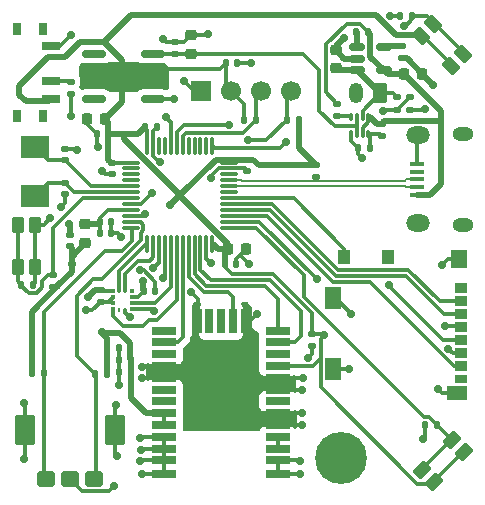
<source format=gbr>
%TF.GenerationSoftware,KiCad,Pcbnew,9.0.2*%
%TF.CreationDate,2025-09-04T21:02:57-04:00*%
%TF.ProjectId,GPSWatch,47505357-6174-4636-982e-6b696361645f,rev?*%
%TF.SameCoordinates,Original*%
%TF.FileFunction,Copper,L1,Top*%
%TF.FilePolarity,Positive*%
%FSLAX46Y46*%
G04 Gerber Fmt 4.6, Leading zero omitted, Abs format (unit mm)*
G04 Created by KiCad (PCBNEW 9.0.2) date 2025-09-04 21:02:57*
%MOMM*%
%LPD*%
G01*
G04 APERTURE LIST*
G04 Aperture macros list*
%AMRoundRect*
0 Rectangle with rounded corners*
0 $1 Rounding radius*
0 $2 $3 $4 $5 $6 $7 $8 $9 X,Y pos of 4 corners*
0 Add a 4 corners polygon primitive as box body*
4,1,4,$2,$3,$4,$5,$6,$7,$8,$9,$2,$3,0*
0 Add four circle primitives for the rounded corners*
1,1,$1+$1,$2,$3*
1,1,$1+$1,$4,$5*
1,1,$1+$1,$6,$7*
1,1,$1+$1,$8,$9*
0 Add four rect primitives between the rounded corners*
20,1,$1+$1,$2,$3,$4,$5,0*
20,1,$1+$1,$4,$5,$6,$7,0*
20,1,$1+$1,$6,$7,$8,$9,0*
20,1,$1+$1,$8,$9,$2,$3,0*%
G04 Aperture macros list end*
%TA.AperFunction,ComponentPad*%
%ADD10C,4.400000*%
%TD*%
%TA.AperFunction,SMDPad,CuDef*%
%ADD11R,1.300000X0.450000*%
%TD*%
%TA.AperFunction,HeatsinkPad*%
%ADD12O,1.800000X1.150000*%
%TD*%
%TA.AperFunction,HeatsinkPad*%
%ADD13O,2.000000X1.450000*%
%TD*%
%TA.AperFunction,SMDPad,CuDef*%
%ADD14RoundRect,0.250000X-0.123744X-0.512652X0.512652X0.123744X0.123744X0.512652X-0.512652X-0.123744X0*%
%TD*%
%TA.AperFunction,SMDPad,CuDef*%
%ADD15R,1.500000X0.700000*%
%TD*%
%TA.AperFunction,SMDPad,CuDef*%
%ADD16R,0.800000X1.000000*%
%TD*%
%TA.AperFunction,SMDPad,CuDef*%
%ADD17RoundRect,0.195000X-0.555000X-0.455000X0.555000X-0.455000X0.555000X0.455000X-0.555000X0.455000X0*%
%TD*%
%TA.AperFunction,SMDPad,CuDef*%
%ADD18RoundRect,0.255000X-0.595000X-1.045000X0.595000X-1.045000X0.595000X1.045000X-0.595000X1.045000X0*%
%TD*%
%TA.AperFunction,ComponentPad*%
%ADD19RoundRect,0.250000X0.350000X0.625000X-0.350000X0.625000X-0.350000X-0.625000X0.350000X-0.625000X0*%
%TD*%
%TA.AperFunction,ComponentPad*%
%ADD20O,1.200000X1.750000*%
%TD*%
%TA.AperFunction,SMDPad,CuDef*%
%ADD21R,0.250000X0.300000*%
%TD*%
%TA.AperFunction,SMDPad,CuDef*%
%ADD22R,0.350000X0.300000*%
%TD*%
%TA.AperFunction,SMDPad,CuDef*%
%ADD23RoundRect,0.050000X0.100000X-0.285000X0.100000X0.285000X-0.100000X0.285000X-0.100000X-0.285000X0*%
%TD*%
%TA.AperFunction,SMDPad,CuDef*%
%ADD24R,2.150000X0.700000*%
%TD*%
%TA.AperFunction,SMDPad,CuDef*%
%ADD25R,0.700000X2.150000*%
%TD*%
%TA.AperFunction,SMDPad,CuDef*%
%ADD26RoundRect,0.135000X-0.135000X-0.185000X0.135000X-0.185000X0.135000X0.185000X-0.135000X0.185000X0*%
%TD*%
%TA.AperFunction,SMDPad,CuDef*%
%ADD27RoundRect,0.150000X-0.512500X-0.150000X0.512500X-0.150000X0.512500X0.150000X-0.512500X0.150000X0*%
%TD*%
%TA.AperFunction,SMDPad,CuDef*%
%ADD28RoundRect,0.135000X0.185000X-0.135000X0.185000X0.135000X-0.185000X0.135000X-0.185000X-0.135000X0*%
%TD*%
%TA.AperFunction,SMDPad,CuDef*%
%ADD29RoundRect,0.135000X-0.185000X0.135000X-0.185000X-0.135000X0.185000X-0.135000X0.185000X0.135000X0*%
%TD*%
%TA.AperFunction,SMDPad,CuDef*%
%ADD30RoundRect,0.135000X0.135000X0.185000X-0.135000X0.185000X-0.135000X-0.185000X0.135000X-0.185000X0*%
%TD*%
%TA.AperFunction,SMDPad,CuDef*%
%ADD31RoundRect,0.150000X0.825000X0.150000X-0.825000X0.150000X-0.825000X-0.150000X0.825000X-0.150000X0*%
%TD*%
%TA.AperFunction,SMDPad,CuDef*%
%ADD32R,1.100000X0.850000*%
%TD*%
%TA.AperFunction,SMDPad,CuDef*%
%ADD33R,1.100000X0.750000*%
%TD*%
%TA.AperFunction,SMDPad,CuDef*%
%ADD34R,1.000000X1.200000*%
%TD*%
%TA.AperFunction,SMDPad,CuDef*%
%ADD35R,1.350000X1.550000*%
%TD*%
%TA.AperFunction,SMDPad,CuDef*%
%ADD36R,1.350000X1.900000*%
%TD*%
%TA.AperFunction,SMDPad,CuDef*%
%ADD37R,1.800000X1.170000*%
%TD*%
%TA.AperFunction,SMDPad,CuDef*%
%ADD38RoundRect,0.140000X-0.170000X0.140000X-0.170000X-0.140000X0.170000X-0.140000X0.170000X0.140000X0*%
%TD*%
%TA.AperFunction,SMDPad,CuDef*%
%ADD39RoundRect,0.140000X0.140000X0.170000X-0.140000X0.170000X-0.140000X-0.170000X0.140000X-0.170000X0*%
%TD*%
%TA.AperFunction,SMDPad,CuDef*%
%ADD40RoundRect,0.140000X-0.140000X-0.170000X0.140000X-0.170000X0.140000X0.170000X-0.140000X0.170000X0*%
%TD*%
%TA.AperFunction,SMDPad,CuDef*%
%ADD41RoundRect,0.140000X0.170000X-0.140000X0.170000X0.140000X-0.170000X0.140000X-0.170000X-0.140000X0*%
%TD*%
%TA.AperFunction,SMDPad,CuDef*%
%ADD42RoundRect,0.075000X-0.662500X-0.075000X0.662500X-0.075000X0.662500X0.075000X-0.662500X0.075000X0*%
%TD*%
%TA.AperFunction,SMDPad,CuDef*%
%ADD43RoundRect,0.075000X-0.075000X-0.662500X0.075000X-0.662500X0.075000X0.662500X-0.075000X0.662500X0*%
%TD*%
%TA.AperFunction,SMDPad,CuDef*%
%ADD44RoundRect,0.225000X0.250000X-0.225000X0.250000X0.225000X-0.250000X0.225000X-0.250000X-0.225000X0*%
%TD*%
%TA.AperFunction,SMDPad,CuDef*%
%ADD45RoundRect,0.225000X-0.225000X-0.250000X0.225000X-0.250000X0.225000X0.250000X-0.225000X0.250000X0*%
%TD*%
%TA.AperFunction,SMDPad,CuDef*%
%ADD46RoundRect,0.250000X0.512652X-0.123744X-0.123744X0.512652X-0.512652X0.123744X0.123744X-0.512652X0*%
%TD*%
%TA.AperFunction,ComponentPad*%
%ADD47R,1.700000X1.700000*%
%TD*%
%TA.AperFunction,ComponentPad*%
%ADD48C,1.700000*%
%TD*%
%TA.AperFunction,SMDPad,CuDef*%
%ADD49R,2.400000X1.900000*%
%TD*%
%TA.AperFunction,SMDPad,CuDef*%
%ADD50RoundRect,0.218750X-0.256250X0.218750X-0.256250X-0.218750X0.256250X-0.218750X0.256250X0.218750X0*%
%TD*%
%TA.AperFunction,SMDPad,CuDef*%
%ADD51RoundRect,0.250000X-0.275000X0.450000X-0.275000X-0.450000X0.275000X-0.450000X0.275000X0.450000X0*%
%TD*%
%TA.AperFunction,SMDPad,CuDef*%
%ADD52RoundRect,0.225000X0.225000X0.250000X-0.225000X0.250000X-0.225000X-0.250000X0.225000X-0.250000X0*%
%TD*%
%TA.AperFunction,ViaPad*%
%ADD53C,0.700000*%
%TD*%
%TA.AperFunction,Conductor*%
%ADD54C,0.300000*%
%TD*%
%TA.AperFunction,Conductor*%
%ADD55C,0.500000*%
%TD*%
%TA.AperFunction,Conductor*%
%ADD56C,0.200000*%
%TD*%
G04 APERTURE END LIST*
D10*
%TO.P,H1,1,1*%
%TO.N,GND*%
X163400000Y-130700000D03*
%TD*%
D11*
%TO.P,J1,1,VBUS*%
%TO.N,/VBUS*%
X169825000Y-108450000D03*
%TO.P,J1,2,D-*%
%TO.N,/D-*%
X169825000Y-107800000D03*
%TO.P,J1,3,D+*%
%TO.N,/D+*%
X169825000Y-107150000D03*
%TO.P,J1,4,ID*%
%TO.N,unconnected-(J1-ID-Pad4)*%
X169825000Y-106500000D03*
%TO.P,J1,5,GND*%
%TO.N,GND*%
X169825000Y-105850000D03*
D12*
%TO.P,J1,6,Shield*%
X173675000Y-111025000D03*
D13*
X169875000Y-110875000D03*
X169875000Y-103425000D03*
D12*
X173675000Y-103275000D03*
%TD*%
D14*
%TO.P,SW4,2,2*%
%TO.N,+3.3V*%
X173781909Y-130236325D03*
X171236325Y-132781909D03*
%TO.P,SW4,1,1*%
%TO.N,/BTN_BCK*%
X172763675Y-129218091D03*
X170218091Y-131763675D03*
%TD*%
D15*
%TO.P,SW2,3,C*%
%TO.N,+3.3V*%
X138835000Y-100350000D03*
%TO.P,SW2,2,B*%
%TO.N,Net-(SW2-B)*%
X138835000Y-98850000D03*
%TO.P,SW2,1,A*%
%TO.N,GND*%
X138835000Y-95850000D03*
D16*
%TO.P,SW2,*%
%TO.N,*%
X135975000Y-101750000D03*
X138185000Y-101750000D03*
X135975000Y-94450000D03*
X138185000Y-94450000D03*
%TD*%
D17*
%TO.P,SW1,1,A*%
%TO.N,/ENC_A*%
X138425000Y-132550000D03*
%TO.P,SW1,2,C*%
%TO.N,GND*%
X140425000Y-132550000D03*
%TO.P,SW1,3,B*%
%TO.N,/ENC_B*%
X142425000Y-132550000D03*
D18*
%TO.P,SW1,4,4*%
%TO.N,GND*%
X144225000Y-128400000D03*
%TO.P,SW1,5,5*%
X136625000Y-128400000D03*
%TD*%
D19*
%TO.P,J2,1,Pin_1*%
%TO.N,/VBAT*%
X166675000Y-99875000D03*
D20*
%TO.P,J2,2,Pin_2*%
%TO.N,GND*%
X164675000Y-99875000D03*
%TD*%
D21*
%TO.P,U6,12,SCX*%
%TO.N,/ACC_SCK*%
X145112500Y-118175000D03*
%TO.P,U6,11,ASCL*%
%TO.N,unconnected-(U6-ASCL-Pad11)*%
X144612500Y-118175000D03*
D22*
%TO.P,U6,10,~{CS}*%
%TO.N,/ACC_CS*%
X144087500Y-118125000D03*
%TO.P,U6,9,GND*%
%TO.N,GND*%
X144087500Y-117625000D03*
%TO.P,U6,8,GNDIO*%
X144087500Y-117125000D03*
%TO.P,U6,7,VDD*%
%TO.N,+3.3V*%
X144087500Y-116625000D03*
D21*
%TO.P,U6,6,INT2*%
%TO.N,/ACCEl_INT2*%
X144612500Y-116575000D03*
%TO.P,U6,5,INT1*%
%TO.N,/ACCEl_INT1*%
X145112500Y-116575000D03*
D22*
%TO.P,U6,4,ASDA*%
%TO.N,unconnected-(U6-ASDA-Pad4)*%
X145637500Y-116625000D03*
%TO.P,U6,3,VDDIO*%
%TO.N,+3.3V*%
X145637500Y-117125000D03*
%TO.P,U6,2,SDX*%
%TO.N,/ACC_MOSI*%
X145637500Y-117625000D03*
%TO.P,U6,1,SDO*%
%TO.N,/ACC_MISO*%
X145637500Y-118125000D03*
%TD*%
D23*
%TO.P,U4,8,ST*%
%TO.N,Net-(U4-ST)*%
X164200000Y-101870000D03*
%TO.P,U4,7,VOUT*%
%TO.N,/VCC*%
X164700000Y-101870000D03*
%TO.P,U4,6,VIN2*%
%TO.N,/VBAT*%
X165200000Y-101870000D03*
%TO.P,U4,5,MODE*%
%TO.N,/VBUS*%
X165700000Y-101870000D03*
%TO.P,U4,4,PR1*%
%TO.N,Net-(U4-PR1)*%
X165700000Y-103350000D03*
%TO.P,U4,3,VIN1*%
%TO.N,/VBUS*%
X165200000Y-103350000D03*
%TO.P,U4,2,VOUT*%
%TO.N,/VCC*%
X164700000Y-103350000D03*
%TO.P,U4,1,GND*%
%TO.N,GND*%
X164200000Y-103350000D03*
%TD*%
D24*
%TO.P,U5,1*%
%TO.N,N/C*%
X148425000Y-119950000D03*
%TO.P,U5,2,3D_FIX*%
%TO.N,/3D_FIX*%
X148425000Y-120950000D03*
%TO.P,U5,3,I2C_SDA*%
%TO.N,unconnected-(U5-I2C_SDA-Pad3)*%
X148425000Y-121950000D03*
%TO.P,U5,4,GND*%
%TO.N,GND*%
X148425000Y-122950000D03*
%TO.P,U5,5,GND__1*%
X148425000Y-123950000D03*
%TO.P,U5,6,I2C_SCL*%
%TO.N,unconnected-(U5-I2C_SCL-Pad6)*%
X148425000Y-124950000D03*
%TO.P,U5,7,EXTINT0*%
%TO.N,unconnected-(U5-EXTINT0-Pad7)*%
X148425000Y-125950000D03*
%TO.P,U5,8,V_BCKP*%
%TO.N,+3.3V*%
X148425000Y-126950000D03*
%TO.P,U5,9,VCC*%
X148425000Y-127950000D03*
%TO.P,U5,10,GND__2*%
%TO.N,GND*%
X148425000Y-128950000D03*
%TO.P,U5,11,GND__3*%
X148425000Y-129950000D03*
%TO.P,U5,12,GND__4*%
X148425000Y-130950000D03*
%TO.P,U5,13,GND__5*%
X148425000Y-132100000D03*
%TO.P,U5,14,GND__6*%
X158025000Y-132100000D03*
%TO.P,U5,15,GND__7*%
X158025000Y-130950000D03*
%TO.P,U5,16,RF_OUT*%
%TO.N,Net-(U5-RF_IN)*%
X158025000Y-129950000D03*
%TO.P,U5,17,RF_IN*%
X158025000Y-128950000D03*
%TO.P,U5,18,GND__8*%
%TO.N,GND*%
X158025000Y-127950000D03*
%TO.P,U5,19,GND__9*%
X158025000Y-126950000D03*
%TO.P,U5,20,JAM_DET*%
%TO.N,unconnected-(U5-JAM_DET-Pad20)*%
X158025000Y-125950000D03*
%TO.P,U5,21,GND__10*%
%TO.N,GND*%
X158025000Y-124950000D03*
%TO.P,U5,22,GND__11*%
X158025000Y-123950000D03*
%TO.P,U5,23,~{RESET}*%
%TO.N,+3.3V*%
X158025000Y-122950000D03*
%TO.P,U5,24,GEO_FENCE*%
%TO.N,unconnected-(U5-GEO_FENCE-Pad24)*%
X158025000Y-121950000D03*
%TO.P,U5,25,TXD1*%
%TO.N,/GPS_TX*%
X158025000Y-120950000D03*
%TO.P,U5,26,RXD1*%
%TO.N,/GPS_RX*%
X158025000Y-119950000D03*
D25*
%TO.P,U5,27,GND__12*%
%TO.N,GND*%
X155225000Y-119150000D03*
%TO.P,U5,28,FORCE_ON*%
%TO.N,/GPS_FON*%
X154225000Y-119150000D03*
%TO.P,U5,29,TIMEPULSE*%
%TO.N,unconnected-(U5-TIMEPULSE-Pad29)*%
X153225000Y-119150000D03*
%TO.P,U5,30,ANTON*%
%TO.N,unconnected-(U5-ANTON-Pad30)*%
X152225000Y-119150000D03*
%TO.P,U5,31,GND__13*%
%TO.N,GND*%
X151225000Y-119150000D03*
%TD*%
D26*
%TO.P,R16,2*%
%TO.N,/BTN_BCK*%
X171510000Y-127925000D03*
%TO.P,R16,1*%
%TO.N,GND*%
X170490000Y-127925000D03*
%TD*%
D27*
%TO.P,U3,1,STAT*%
%TO.N,Net-(U3-STAT)*%
X164700000Y-95975000D03*
%TO.P,U3,2,V_{SS}*%
%TO.N,GND*%
X164700000Y-96925000D03*
%TO.P,U3,3,V_{BAT}*%
%TO.N,/VBAT*%
X164700000Y-97875000D03*
%TO.P,U3,4,V_{DD}*%
%TO.N,/VBUS*%
X166975000Y-97875000D03*
%TO.P,U3,5,PROG*%
%TO.N,Net-(U3-PROG)*%
X166975000Y-95975000D03*
%TD*%
D28*
%TO.P,R17,2*%
%TO.N,+3.3V*%
X161250000Y-105965000D03*
%TO.P,R17,1*%
%TO.N,/D+*%
X161250000Y-106985000D03*
%TD*%
D29*
%TO.P,R12,1*%
%TO.N,Net-(SW2-B)*%
X140475000Y-98865000D03*
%TO.P,R12,2*%
%TO.N,Net-(U1-BOOT0)*%
X140475000Y-99885000D03*
%TD*%
%TO.P,R2,2*%
%TO.N,GND*%
X169175000Y-101235000D03*
%TO.P,R2,1*%
%TO.N,/BATSTAT*%
X169175000Y-100215000D03*
%TD*%
%TO.P,R5,2*%
%TO.N,Net-(U4-PR1)*%
X166825000Y-103495000D03*
%TO.P,R5,1*%
%TO.N,/VBUS*%
X166825000Y-102475000D03*
%TD*%
D26*
%TO.P,R6,2*%
%TO.N,Net-(U4-PR1)*%
X165835000Y-104485000D03*
%TO.P,R6,1*%
%TO.N,GND*%
X164815000Y-104485000D03*
%TD*%
D30*
%TO.P,R3,1*%
%TO.N,/VBUS*%
X165672500Y-94637500D03*
%TO.P,R3,2*%
%TO.N,Net-(U3-STAT)*%
X164652500Y-94637500D03*
%TD*%
D26*
%TO.P,R8,2*%
%TO.N,/DISP_SCL*%
X156185000Y-102150000D03*
%TO.P,R8,1*%
%TO.N,+3.3V*%
X155165000Y-102150000D03*
%TD*%
D29*
%TO.P,R4,2*%
%TO.N,GND*%
X168512500Y-96907500D03*
%TO.P,R4,1*%
%TO.N,Net-(U3-PROG)*%
X168512500Y-95887500D03*
%TD*%
D31*
%TO.P,U7,8,NC*%
%TO.N,unconnected-(U7-NC-Pad8)*%
X142500000Y-100340000D03*
%TO.P,U7,7,VO*%
%TO.N,+3.3V*%
X142500000Y-99070000D03*
%TO.P,U7,6,VO*%
X142500000Y-97800000D03*
%TO.P,U7,5,NC*%
%TO.N,unconnected-(U7-NC-Pad5)*%
X142500000Y-96530000D03*
%TO.P,U7,4,VI*%
%TO.N,/VCC*%
X147450000Y-96530000D03*
%TO.P,U7,3,VO*%
%TO.N,+3.3V*%
X147450000Y-97800000D03*
%TO.P,U7,2,VO*%
X147450000Y-99070000D03*
%TO.P,U7,1,GND*%
%TO.N,GND*%
X147450000Y-100340000D03*
%TD*%
D32*
%TO.P,J4,1,DAT2*%
%TO.N,unconnected-(J4-DAT2-Pad1)*%
X173512500Y-116370000D03*
%TO.P,J4,2,DAT3/CD*%
%TO.N,/SD_CS*%
X173512500Y-117470000D03*
%TO.P,J4,3,CMD*%
%TO.N,/SD_MOSI*%
X173512500Y-118570000D03*
%TO.P,J4,4,VDD*%
%TO.N,+3.3V*%
X173512500Y-119670000D03*
%TO.P,J4,5,CLK*%
%TO.N,/SD_SCK*%
X173512500Y-120770000D03*
%TO.P,J4,6,VSS*%
%TO.N,GND*%
X173512500Y-121870000D03*
%TO.P,J4,7,DAT0*%
%TO.N,/SD_MISO*%
X173512500Y-122970000D03*
D33*
%TO.P,J4,8,DAT1*%
%TO.N,unconnected-(J4-DAT1-Pad8)*%
X173512500Y-124020000D03*
D34*
%TO.P,J4,9,DET_B*%
%TO.N,unconnected-(J4-DET_B-Pad9)*%
X167362500Y-113735000D03*
%TO.P,J4,10,DET_A*%
%TO.N,/SD_DET*%
X163662500Y-113735000D03*
D35*
%TO.P,J4,11,SHIELD*%
%TO.N,GND*%
X173387500Y-113910000D03*
D36*
X162687500Y-117235000D03*
X162687500Y-123205000D03*
D37*
X173162500Y-125230000D03*
%TD*%
D38*
%TO.P,C24,1*%
%TO.N,/HSE_OUT*%
X139975000Y-107445000D03*
%TO.P,C24,2*%
%TO.N,GND*%
X139975000Y-108405000D03*
%TD*%
D39*
%TO.P,C22,2*%
%TO.N,GND*%
X144595000Y-122425000D03*
%TO.P,C22,1*%
%TO.N,+3.3V*%
X145555000Y-122425000D03*
%TD*%
%TO.P,C20,2*%
%TO.N,Net-(U1-NRST)*%
X136320000Y-116100000D03*
%TO.P,C20,1*%
%TO.N,GND*%
X137280000Y-116100000D03*
%TD*%
D40*
%TO.P,C17,1*%
%TO.N,+3.3V*%
X153620000Y-97300000D03*
%TO.P,C17,2*%
%TO.N,GND*%
X154580000Y-97300000D03*
%TD*%
D41*
%TO.P,C19,1*%
%TO.N,/HSE_IN*%
X140000000Y-105550000D03*
%TO.P,C19,2*%
%TO.N,GND*%
X140000000Y-104590000D03*
%TD*%
D29*
%TO.P,R1,2*%
%TO.N,/BATSTAT*%
X168100000Y-101235000D03*
%TO.P,R1,1*%
%TO.N,/VBAT*%
X168100000Y-100215000D03*
%TD*%
D39*
%TO.P,C21,2*%
%TO.N,GND*%
X144595000Y-123450000D03*
%TO.P,C21,1*%
%TO.N,+3.3V*%
X145555000Y-123450000D03*
%TD*%
D42*
%TO.P,U1,1,VBAT*%
%TO.N,+3.3V*%
X145562500Y-105725000D03*
%TO.P,U1,2,PC13*%
%TO.N,unconnected-(U1-PC13-Pad2)*%
X145562500Y-106225000D03*
%TO.P,U1,3,PC14*%
%TO.N,unconnected-(U1-PC14-Pad3)*%
X145562500Y-106725000D03*
%TO.P,U1,4,PC15*%
%TO.N,unconnected-(U1-PC15-Pad4)*%
X145562500Y-107225000D03*
%TO.P,U1,5,PD0*%
%TO.N,/HSE_IN*%
X145562500Y-107725000D03*
%TO.P,U1,6,PD1*%
%TO.N,/HSE_OUT*%
X145562500Y-108225000D03*
%TO.P,U1,7,NRST*%
%TO.N,Net-(U1-NRST)*%
X145562500Y-108725000D03*
%TO.P,U1,8,VSSA*%
%TO.N,GND*%
X145562500Y-109225000D03*
%TO.P,U1,9,VDDA*%
%TO.N,Net-(U1-VDDA)*%
X145562500Y-109725000D03*
%TO.P,U1,10,PA0*%
%TO.N,/BATSTAT*%
X145562500Y-110225000D03*
%TO.P,U1,11,PA1*%
%TO.N,/ENC_B*%
X145562500Y-110725000D03*
%TO.P,U1,12,PA2*%
%TO.N,/ENC_A*%
X145562500Y-111225000D03*
D43*
%TO.P,U1,13,PA3*%
%TO.N,/ACCEl_INT2*%
X146975000Y-112637500D03*
%TO.P,U1,14,PA4*%
%TO.N,/ACCEl_INT1*%
X147475000Y-112637500D03*
%TO.P,U1,15,PA5*%
%TO.N,/ACC_SCK*%
X147975000Y-112637500D03*
%TO.P,U1,16,PA6*%
%TO.N,/ACC_MISO*%
X148475000Y-112637500D03*
%TO.P,U1,17,PA7*%
%TO.N,/ACC_MOSI*%
X148975000Y-112637500D03*
%TO.P,U1,18,PB0*%
%TO.N,/ACC_CS*%
X149475000Y-112637500D03*
%TO.P,U1,19,PB1*%
%TO.N,/3D_FIX*%
X149975000Y-112637500D03*
%TO.P,U1,20,PB2*%
%TO.N,/GPS_FON*%
X150475000Y-112637500D03*
%TO.P,U1,21,PB10*%
%TO.N,/GPS_RX*%
X150975000Y-112637500D03*
%TO.P,U1,22,PB11*%
%TO.N,/GPS_TX*%
X151475000Y-112637500D03*
%TO.P,U1,23,VSS*%
%TO.N,GND*%
X151975000Y-112637500D03*
%TO.P,U1,24,VDD*%
%TO.N,+3.3V*%
X152475000Y-112637500D03*
D42*
%TO.P,U1,25,PB12*%
%TO.N,/BTN_BCK*%
X153887500Y-111225000D03*
%TO.P,U1,26,PB13*%
%TO.N,/SD_SCK*%
X153887500Y-110725000D03*
%TO.P,U1,27,PB14*%
%TO.N,/SD_MISO*%
X153887500Y-110225000D03*
%TO.P,U1,28,PB15*%
%TO.N,/SD_MOSI*%
X153887500Y-109725000D03*
%TO.P,U1,29,PA8*%
%TO.N,/SD_CS*%
X153887500Y-109225000D03*
%TO.P,U1,30,PA9*%
%TO.N,/SD_DET*%
X153887500Y-108725000D03*
%TO.P,U1,31,PA10*%
%TO.N,unconnected-(U1-PA10-Pad31)*%
X153887500Y-108225000D03*
%TO.P,U1,32,PA11*%
%TO.N,/D-*%
X153887500Y-107725000D03*
%TO.P,U1,33,PA12*%
%TO.N,/D+*%
X153887500Y-107225000D03*
%TO.P,U1,34,PA13*%
%TO.N,unconnected-(U1-PA13-Pad34)*%
X153887500Y-106725000D03*
%TO.P,U1,35,VSS*%
%TO.N,GND*%
X153887500Y-106225000D03*
%TO.P,U1,36,VDD*%
%TO.N,+3.3V*%
X153887500Y-105725000D03*
D43*
%TO.P,U1,37,PA14*%
%TO.N,/BTN_SEL*%
X152475000Y-104312500D03*
%TO.P,U1,38,PA15*%
%TO.N,unconnected-(U1-PA15-Pad38)*%
X151975000Y-104312500D03*
%TO.P,U1,39,PB3*%
%TO.N,unconnected-(U1-PB3-Pad39)*%
X151475000Y-104312500D03*
%TO.P,U1,40,PB4*%
%TO.N,unconnected-(U1-PB4-Pad40)*%
X150975000Y-104312500D03*
%TO.P,U1,41,PB5*%
%TO.N,unconnected-(U1-PB5-Pad41)*%
X150475000Y-104312500D03*
%TO.P,U1,42,PB6*%
%TO.N,/DISP_SCL*%
X149975000Y-104312500D03*
%TO.P,U1,43,PB7*%
%TO.N,/DISP_SDA*%
X149475000Y-104312500D03*
%TO.P,U1,44,BOOT0*%
%TO.N,Net-(U1-BOOT0)*%
X148975000Y-104312500D03*
%TO.P,U1,45,PB8*%
%TO.N,unconnected-(U1-PB8-Pad45)*%
X148475000Y-104312500D03*
%TO.P,U1,46,PB9*%
%TO.N,unconnected-(U1-PB9-Pad46)*%
X147975000Y-104312500D03*
%TO.P,U1,47,VSS*%
%TO.N,GND*%
X147475000Y-104312500D03*
%TO.P,U1,48,VDD*%
%TO.N,+3.3V*%
X146975000Y-104312500D03*
%TD*%
D39*
%TO.P,C23,2*%
%TO.N,GND*%
X144570000Y-121425000D03*
%TO.P,C23,1*%
%TO.N,+3.3V*%
X145530000Y-121425000D03*
%TD*%
D38*
%TO.P,C18,2*%
%TO.N,GND*%
X143037500Y-117505000D03*
%TO.P,C18,1*%
%TO.N,+3.3V*%
X143037500Y-116545000D03*
%TD*%
D39*
%TO.P,C14,2*%
%TO.N,GND*%
X142720000Y-103325000D03*
%TO.P,C14,1*%
%TO.N,+3.3V*%
X143680000Y-103325000D03*
%TD*%
D44*
%TO.P,C10,1*%
%TO.N,/VBAT*%
X162925000Y-97750000D03*
%TO.P,C10,2*%
%TO.N,GND*%
X162925000Y-96200000D03*
%TD*%
D41*
%TO.P,C8,2*%
%TO.N,GND*%
X140450000Y-111870000D03*
%TO.P,C8,1*%
%TO.N,+3.3V*%
X140450000Y-112830000D03*
%TD*%
D40*
%TO.P,C7,1*%
%TO.N,Net-(U1-VDDA)*%
X142945000Y-110730000D03*
%TO.P,C7,2*%
%TO.N,GND*%
X143905000Y-110730000D03*
%TD*%
D45*
%TO.P,C9,1*%
%TO.N,/VBUS*%
X168712500Y-98237500D03*
%TO.P,C9,2*%
%TO.N,GND*%
X170262500Y-98237500D03*
%TD*%
D44*
%TO.P,C11,2*%
%TO.N,GND*%
X150675000Y-94950000D03*
%TO.P,C11,1*%
%TO.N,/VCC*%
X150675000Y-96500000D03*
%TD*%
D38*
%TO.P,C16,2*%
%TO.N,GND*%
X160900000Y-121230000D03*
%TO.P,C16,1*%
%TO.N,+3.3V*%
X160900000Y-120270000D03*
%TD*%
D28*
%TO.P,R13,2*%
%TO.N,Net-(U1-NRST)*%
X138975000Y-115265000D03*
%TO.P,R13,1*%
%TO.N,+3.3V*%
X138975000Y-116285000D03*
%TD*%
D40*
%TO.P,C15,2*%
%TO.N,GND*%
X147630000Y-116600000D03*
%TO.P,C15,1*%
%TO.N,+3.3V*%
X146670000Y-116600000D03*
%TD*%
D28*
%TO.P,R7,2*%
%TO.N,/VBUS*%
X163075000Y-100760000D03*
%TO.P,R7,1*%
%TO.N,Net-(U4-ST)*%
X163075000Y-101780000D03*
%TD*%
D40*
%TO.P,C6,1*%
%TO.N,Net-(U1-VDDA)*%
X142945000Y-111730000D03*
%TO.P,C6,2*%
%TO.N,GND*%
X143905000Y-111730000D03*
%TD*%
D46*
%TO.P,SW3,2,2*%
%TO.N,/BTN_SEL*%
X171136325Y-94018091D03*
X173681909Y-96563675D03*
%TO.P,SW3,1,1*%
%TO.N,+3.3V*%
X170118091Y-95036325D03*
X172663675Y-97581909D03*
%TD*%
D41*
%TO.P,C12,2*%
%TO.N,GND*%
X149325000Y-95545000D03*
%TO.P,C12,1*%
%TO.N,/VCC*%
X149325000Y-96505000D03*
%TD*%
D40*
%TO.P,C4,2*%
%TO.N,GND*%
X154505000Y-114300000D03*
%TO.P,C4,1*%
%TO.N,+3.3V*%
X153545000Y-114300000D03*
%TD*%
D47*
%TO.P,J5,1,Pin_1*%
%TO.N,GND*%
X151515000Y-99700000D03*
D48*
%TO.P,J5,2,Pin_2*%
%TO.N,+3.3V*%
X154055000Y-99700000D03*
%TO.P,J5,3,Pin_3*%
%TO.N,/DISP_SCL*%
X156595000Y-99700000D03*
%TO.P,J5,4,Pin_4*%
%TO.N,/DISP_SDA*%
X159135000Y-99700000D03*
%TD*%
D38*
%TO.P,C1,2*%
%TO.N,GND*%
X155425000Y-106430000D03*
%TO.P,C1,1*%
%TO.N,+3.3V*%
X155425000Y-105470000D03*
%TD*%
%TO.P,C2,1*%
%TO.N,+3.3V*%
X143950000Y-105745000D03*
%TO.P,C2,2*%
%TO.N,GND*%
X143950000Y-106705000D03*
%TD*%
D40*
%TO.P,C3,1*%
%TO.N,+3.3V*%
X146795000Y-102750000D03*
%TO.P,C3,2*%
%TO.N,GND*%
X147755000Y-102750000D03*
%TD*%
D49*
%TO.P,Y1,1*%
%TO.N,/HSE_IN*%
X137450000Y-104450000D03*
%TO.P,Y1,2*%
%TO.N,/HSE_OUT*%
X137450000Y-108550000D03*
%TD*%
D45*
%TO.P,C5,2*%
%TO.N,GND*%
X155350000Y-113025000D03*
%TO.P,C5,1*%
%TO.N,+3.3V*%
X153800000Y-113025000D03*
%TD*%
D50*
%TO.P,FB1,1*%
%TO.N,Net-(U1-VDDA)*%
X141725000Y-110962500D03*
%TO.P,FB1,2*%
%TO.N,+3.3V*%
X141725000Y-112537500D03*
%TD*%
D30*
%TO.P,R9,2*%
%TO.N,/DISP_SDA*%
X158765000Y-102100000D03*
%TO.P,R9,1*%
%TO.N,+3.3V*%
X159785000Y-102100000D03*
%TD*%
D26*
%TO.P,R10,2*%
%TO.N,/ENC_A*%
X138210000Y-123575000D03*
%TO.P,R10,1*%
%TO.N,+3.3V*%
X137190000Y-123575000D03*
%TD*%
%TO.P,R15,2*%
%TO.N,/BTN_SEL*%
X169385000Y-93325000D03*
%TO.P,R15,1*%
%TO.N,GND*%
X168365000Y-93325000D03*
%TD*%
D51*
%TO.P,SW5,2,2*%
%TO.N,Net-(U1-NRST)*%
X136005000Y-114575000D03*
X136005000Y-110975000D03*
%TO.P,SW5,1,1*%
%TO.N,GND*%
X137445000Y-114575000D03*
X137445000Y-110975000D03*
%TD*%
D52*
%TO.P,C13,2*%
%TO.N,GND*%
X141875000Y-102025000D03*
%TO.P,C13,1*%
%TO.N,+3.3V*%
X143425000Y-102025000D03*
%TD*%
D26*
%TO.P,R11,2*%
%TO.N,+3.3V*%
X143535000Y-123600000D03*
%TO.P,R11,1*%
%TO.N,/ENC_B*%
X142515000Y-123600000D03*
%TD*%
D53*
%TO.N,GND*%
X144125000Y-133150000D03*
X144575000Y-124600000D03*
%TO.N,Net-(U1-BOOT0)*%
X148525000Y-101875000D03*
X140550000Y-101800000D03*
%TO.N,/BTN_SEL*%
X158700000Y-104000000D03*
%TO.N,GND*%
X163622064Y-95197064D03*
X165150000Y-105300000D03*
X144750000Y-112000000D03*
X138750000Y-110450000D03*
X139625000Y-109525000D03*
X140325000Y-110925000D03*
X141000000Y-104650000D03*
X142800000Y-104400000D03*
X143100000Y-106450000D03*
X148090686Y-105709314D03*
X152351164Y-107051164D03*
X155550000Y-114300000D03*
X152350000Y-114225000D03*
%TO.N,/ACC_MISO*%
X148275000Y-115525000D03*
%TO.N,/ACC_SCK*%
X147488066Y-114681753D03*
%TO.N,GND*%
X141775000Y-118250000D03*
%TO.N,+3.3V*%
X141925000Y-117125000D03*
X146575000Y-115750000D03*
%TO.N,/ACC_MISO*%
X147522504Y-118325000D03*
%TO.N,/ACC_SCK*%
X145497222Y-118825002D03*
%TO.N,+3.3V*%
X140575000Y-114350000D03*
X143100000Y-120100000D03*
%TO.N,GND*%
X136550000Y-130825000D03*
X136525000Y-126100000D03*
X144325000Y-126225000D03*
X144425000Y-130550000D03*
X160600000Y-122275000D03*
X170325000Y-129150000D03*
X171550000Y-124875000D03*
X164025000Y-123200000D03*
%TO.N,+3.3V*%
X161950000Y-120350000D03*
%TO.N,GND*%
X164250000Y-118550000D03*
%TO.N,/SD_SCK*%
X161300000Y-115625000D03*
X167400000Y-116125000D03*
%TO.N,GND*%
X171900000Y-114425000D03*
%TO.N,+3.3V*%
X172150000Y-119575000D03*
%TO.N,GND*%
X172425449Y-121469999D03*
%TO.N,+3.3V*%
X148868537Y-109343537D03*
%TO.N,GND*%
X147375000Y-108275000D03*
%TO.N,/BATSTAT*%
X146790935Y-110068411D03*
X166950000Y-101375000D03*
%TO.N,GND*%
X170475000Y-101225000D03*
X149250000Y-100375000D03*
%TO.N,/DISP_SDA*%
X153925000Y-102524000D03*
X155475000Y-103825000D03*
%TO.N,/BTN_SEL*%
X168725000Y-94161325D03*
%TO.N,GND*%
X167544295Y-93325000D03*
X150075000Y-98850000D03*
X155750000Y-97275000D03*
X152125000Y-94825000D03*
X148300000Y-95275000D03*
X140525000Y-94900000D03*
X146400000Y-130100000D03*
X146350000Y-131000000D03*
X146500000Y-132100000D03*
X146375000Y-129075000D03*
X146500000Y-124000000D03*
X146500000Y-123025000D03*
X150700000Y-116725000D03*
X156250000Y-118550000D03*
X159900000Y-132075000D03*
X159925000Y-130975000D03*
X160100000Y-127925000D03*
X160100000Y-126900000D03*
X160075000Y-125000000D03*
X160125000Y-124000000D03*
X171200000Y-99200000D03*
X146375000Y-114850000D03*
%TD*%
D54*
%TO.N,GND*%
X141426000Y-133551000D02*
X143724000Y-133551000D01*
X143724000Y-133551000D02*
X144125000Y-133150000D01*
X140425000Y-132550000D02*
X141426000Y-133551000D01*
%TO.N,Net-(U1-NRST)*%
X138100000Y-116288260D02*
X137627260Y-116761000D01*
X138560000Y-115265000D02*
X138100000Y-115725000D01*
X138100000Y-115725000D02*
X138100000Y-116288260D01*
X138975000Y-115265000D02*
X138560000Y-115265000D01*
D55*
%TO.N,GND*%
X162925000Y-95894128D02*
X163622064Y-95197064D01*
X162925000Y-96200000D02*
X162925000Y-95894128D01*
D54*
X164815000Y-104965000D02*
X165150000Y-105300000D01*
X164815000Y-104485000D02*
X164815000Y-104965000D01*
X169825000Y-103475000D02*
X169875000Y-103425000D01*
X169825000Y-105850000D02*
X169825000Y-103475000D01*
%TO.N,+3.3V*%
X144087500Y-116625000D02*
X143117500Y-116625000D01*
X143117500Y-116625000D02*
X143037500Y-116545000D01*
X146145000Y-117125000D02*
X146670000Y-116600000D01*
X145637500Y-117125000D02*
X146145000Y-117125000D01*
%TO.N,GND*%
X138225000Y-110975000D02*
X138750000Y-110450000D01*
X137445000Y-110975000D02*
X138225000Y-110975000D01*
X139975000Y-109175000D02*
X139625000Y-109525000D01*
X139975000Y-108405000D02*
X139975000Y-109175000D01*
X148050000Y-105750000D02*
X148090686Y-105709314D01*
X147475000Y-105175000D02*
X148050000Y-105750000D01*
X147475000Y-104312500D02*
X147475000Y-105175000D01*
X152275000Y-106975000D02*
X152351164Y-107051164D01*
X153025000Y-106225000D02*
X152275000Y-106975000D01*
X153887500Y-106225000D02*
X153025000Y-106225000D01*
%TO.N,/ACC_MISO*%
X148475000Y-115325000D02*
X148275000Y-115525000D01*
X148475000Y-112637500D02*
X148475000Y-115325000D01*
%TO.N,/ACC_SCK*%
X147975000Y-114194819D02*
X147488066Y-114681753D01*
X147975000Y-112637500D02*
X147975000Y-114194819D01*
%TO.N,/ACCEl_INT2*%
X144612500Y-114875194D02*
X144612500Y-116575000D01*
X146850195Y-112637500D02*
X144612500Y-114875194D01*
X146975000Y-112637500D02*
X146850195Y-112637500D01*
%TO.N,/ACCEl_INT1*%
X147475000Y-113760500D02*
X147475000Y-112637500D01*
X147184500Y-114051000D02*
X147475000Y-113760500D01*
X146182636Y-114051000D02*
X147184500Y-114051000D01*
X145112500Y-115121136D02*
X146182636Y-114051000D01*
X145112500Y-116575000D02*
X145112500Y-115121136D01*
%TO.N,GND*%
X146666364Y-114850000D02*
X146375000Y-114850000D01*
X147630000Y-115813636D02*
X146666364Y-114850000D01*
X147630000Y-116600000D02*
X147630000Y-115813636D01*
X142292500Y-118250000D02*
X141775000Y-118250000D01*
X143037500Y-117505000D02*
X142292500Y-118250000D01*
D55*
%TO.N,+3.3V*%
X141925000Y-117125000D02*
X142505000Y-116545000D01*
X142505000Y-116545000D02*
X143037500Y-116545000D01*
X146575000Y-115750000D02*
X146575000Y-116505000D01*
X146575000Y-116505000D02*
X146670000Y-116600000D01*
D54*
%TO.N,GND*%
X147630000Y-116600000D02*
X147630000Y-116551740D01*
%TO.N,/ACC_CS*%
X146574000Y-119551000D02*
X147099000Y-119026000D01*
X149475000Y-117363868D02*
X149475000Y-112637500D01*
X144880346Y-119551000D02*
X146574000Y-119551000D01*
X147099000Y-119026000D02*
X147812868Y-119026000D01*
X144087500Y-118758154D02*
X144880346Y-119551000D01*
X147812868Y-119026000D02*
X149475000Y-117363868D01*
X144087500Y-118125000D02*
X144087500Y-118758154D01*
%TO.N,/ACC_MISO*%
X147322504Y-118125000D02*
X147522504Y-118325000D01*
X145637500Y-118125000D02*
X147322504Y-118125000D01*
%TO.N,/ACC_SCK*%
X145112500Y-118440280D02*
X145497222Y-118825002D01*
X145112500Y-118175000D02*
X145112500Y-118440280D01*
%TO.N,+3.3V*%
X158051000Y-122976000D02*
X160985500Y-122976000D01*
X161661500Y-122300000D02*
X161661500Y-120638500D01*
X160985500Y-122976000D02*
X161661500Y-122300000D01*
X158025000Y-122950000D02*
X158051000Y-122976000D01*
%TO.N,GND*%
X160900000Y-121975000D02*
X160600000Y-122275000D01*
X160900000Y-121230000D02*
X160900000Y-121975000D01*
%TO.N,+3.3V*%
X161661500Y-124768424D02*
X161661500Y-122300000D01*
X161661500Y-120638500D02*
X161950000Y-120350000D01*
X169800301Y-132907225D02*
X161661500Y-124768424D01*
X171186325Y-132806909D02*
X171086009Y-132907225D01*
X171086009Y-132907225D02*
X169800301Y-132907225D01*
%TO.N,GND*%
X170490000Y-128985000D02*
X170325000Y-129150000D01*
X170490000Y-127925000D02*
X170490000Y-128985000D01*
%TO.N,/SD_SCK*%
X156425000Y-110725000D02*
X153887500Y-110725000D01*
X161300000Y-115600000D02*
X156425000Y-110725000D01*
X161300000Y-115625000D02*
X161300000Y-115600000D01*
X167400000Y-116150000D02*
X167400000Y-116125000D01*
X172020000Y-120770000D02*
X167400000Y-116150000D01*
%TO.N,GND*%
X172825450Y-121870000D02*
X172425449Y-121469999D01*
X173512500Y-121870000D02*
X172825450Y-121870000D01*
X146425000Y-109225000D02*
X147375000Y-108275000D01*
X145562500Y-109225000D02*
X146425000Y-109225000D01*
%TO.N,/BATSTAT*%
X146634346Y-110225000D02*
X146790935Y-110068411D01*
X145562500Y-110225000D02*
X146634346Y-110225000D01*
X167090000Y-101235000D02*
X166950000Y-101375000D01*
X168100000Y-101235000D02*
X167090000Y-101235000D01*
%TO.N,/DISP_SDA*%
X153924000Y-102525000D02*
X150050000Y-102525000D01*
X153925000Y-102524000D02*
X153924000Y-102525000D01*
X157040000Y-103825000D02*
X155475000Y-103825000D01*
X158765000Y-102100000D02*
X157040000Y-103825000D01*
%TO.N,/BTN_SEL*%
X158175000Y-104525000D02*
X152687500Y-104525000D01*
X158700000Y-104000000D02*
X158175000Y-104525000D01*
X152687500Y-104525000D02*
X152475000Y-104312500D01*
X168750000Y-94186325D02*
X168725000Y-94161325D01*
X168750000Y-94211325D02*
X168750000Y-94186325D01*
%TO.N,GND*%
X168365000Y-93325000D02*
X167544295Y-93325000D01*
X158025000Y-130950000D02*
X158025000Y-132100000D01*
X146550000Y-129950000D02*
X146400000Y-130100000D01*
X148425000Y-129950000D02*
X146550000Y-129950000D01*
X146400000Y-130950000D02*
X146350000Y-131000000D01*
X148425000Y-130950000D02*
X146400000Y-130950000D01*
X148425000Y-132100000D02*
X146500000Y-132100000D01*
X148425000Y-130950000D02*
X148425000Y-132100000D01*
X148425000Y-129950000D02*
X148425000Y-130950000D01*
X148425000Y-128950000D02*
X148425000Y-129950000D01*
X146500000Y-128950000D02*
X146375000Y-129075000D01*
X148425000Y-128950000D02*
X146500000Y-128950000D01*
X146550000Y-123950000D02*
X146500000Y-124000000D01*
X148425000Y-123950000D02*
X146550000Y-123950000D01*
X146575000Y-122950000D02*
X146500000Y-123025000D01*
X148425000Y-122950000D02*
X146575000Y-122950000D01*
X151225000Y-117250000D02*
X150700000Y-116725000D01*
X151225000Y-119150000D02*
X151225000Y-117250000D01*
X155650000Y-119150000D02*
X156250000Y-118550000D01*
X155225000Y-119150000D02*
X155650000Y-119150000D01*
X159875000Y-132100000D02*
X159900000Y-132075000D01*
X158025000Y-132100000D02*
X159875000Y-132100000D01*
X159900000Y-130950000D02*
X159925000Y-130975000D01*
X158025000Y-130950000D02*
X159900000Y-130950000D01*
X160075000Y-127950000D02*
X160100000Y-127925000D01*
X158025000Y-127950000D02*
X160075000Y-127950000D01*
X160050000Y-126950000D02*
X160100000Y-126900000D01*
X158025000Y-126950000D02*
X160050000Y-126950000D01*
X160025000Y-124950000D02*
X160075000Y-125000000D01*
X158025000Y-124950000D02*
X160025000Y-124950000D01*
X160075000Y-123950000D02*
X160125000Y-124000000D01*
X158025000Y-123950000D02*
X160075000Y-123950000D01*
D55*
X170262500Y-98262500D02*
X171200000Y-99200000D01*
X170262500Y-98237500D02*
X170262500Y-98262500D01*
D54*
%TO.N,+3.3V*%
X153545000Y-114609999D02*
X153545000Y-114300000D01*
X157591980Y-115175000D02*
X154110001Y-115175000D01*
X159883490Y-117466511D02*
X157591980Y-115175000D01*
X160900000Y-118483020D02*
X159883490Y-117466511D01*
X154110001Y-115175000D02*
X153545000Y-114609999D01*
X160900000Y-120270000D02*
X160900000Y-118483020D01*
%TO.N,GND*%
X144595000Y-124580000D02*
X144575000Y-124600000D01*
X144595000Y-123450000D02*
X144595000Y-124580000D01*
X144595000Y-122425000D02*
X144595000Y-123450000D01*
X144570000Y-122400000D02*
X144595000Y-122425000D01*
X144570000Y-121425000D02*
X144570000Y-122400000D01*
X170465000Y-101235000D02*
X170475000Y-101225000D01*
X169175000Y-101235000D02*
X170465000Y-101235000D01*
%TO.N,/BATSTAT*%
X168155000Y-101235000D02*
X169175000Y-100215000D01*
X168100000Y-101235000D02*
X168155000Y-101235000D01*
%TO.N,/VBAT*%
X166675000Y-99875000D02*
X167760000Y-99875000D01*
X167760000Y-99875000D02*
X168100000Y-100215000D01*
D55*
%TO.N,/VBUS*%
X167051000Y-102249000D02*
X166825000Y-102475000D01*
X171775000Y-102249000D02*
X167051000Y-102249000D01*
X171826000Y-102300000D02*
X171826000Y-107576000D01*
X171826000Y-102300000D02*
X171775000Y-102249000D01*
D54*
%TO.N,/GPS_FON*%
X150475000Y-115375000D02*
X150475000Y-112637500D01*
X151800000Y-116700000D02*
X150475000Y-115375000D01*
X153775000Y-116700000D02*
X151800000Y-116700000D01*
X154225000Y-117150000D02*
X153775000Y-116700000D01*
X154225000Y-119150000D02*
X154225000Y-117150000D01*
%TO.N,/GPS_RX*%
X158025000Y-117302000D02*
X158025000Y-119950000D01*
X156900000Y-116177000D02*
X158025000Y-117302000D01*
X150975000Y-115166480D02*
X151985520Y-116177000D01*
X150975000Y-112637500D02*
X150975000Y-115166480D01*
X151985520Y-116177000D02*
X156900000Y-116177000D01*
%TO.N,/GPS_TX*%
X160025000Y-120425000D02*
X159500000Y-120950000D01*
X160025000Y-118316542D02*
X160025000Y-120425000D01*
X159500000Y-120950000D02*
X158025000Y-120950000D01*
X151475000Y-114800000D02*
X152351000Y-115676000D01*
X157384458Y-115676000D02*
X160025000Y-118316542D01*
X151475000Y-112637500D02*
X151475000Y-114800000D01*
X152351000Y-115676000D02*
X157384458Y-115676000D01*
%TO.N,+3.3V*%
X173417500Y-119575000D02*
X173512500Y-119670000D01*
X172150000Y-119575000D02*
X173417500Y-119575000D01*
X161870000Y-120270000D02*
X161950000Y-120350000D01*
X160900000Y-120270000D02*
X161870000Y-120270000D01*
%TO.N,GND*%
X155220000Y-106225000D02*
X155425000Y-106430000D01*
X153887500Y-106225000D02*
X155220000Y-106225000D01*
X171905000Y-125230000D02*
X171550000Y-124875000D01*
X173162500Y-125230000D02*
X171905000Y-125230000D01*
X164020000Y-123205000D02*
X164025000Y-123200000D01*
X162687500Y-123205000D02*
X164020000Y-123205000D01*
X162935000Y-117235000D02*
X164250000Y-118550000D01*
X162687500Y-117235000D02*
X162935000Y-117235000D01*
X172415000Y-113910000D02*
X171900000Y-114425000D01*
X173387500Y-113910000D02*
X172415000Y-113910000D01*
%TO.N,/BTN_BCK*%
X156216480Y-111225000D02*
X153887500Y-111225000D01*
X170379500Y-127254000D02*
X160233240Y-117107740D01*
X160233240Y-117107740D02*
X160233240Y-115241760D01*
X170839000Y-127254000D02*
X170379500Y-127254000D01*
X160233240Y-115241760D02*
X156216480Y-111225000D01*
X171510000Y-127925000D02*
X170839000Y-127254000D01*
%TO.N,+3.3V*%
X171186325Y-132806909D02*
X173731909Y-130261325D01*
%TO.N,/BTN_BCK*%
X172713675Y-129243091D02*
X170168091Y-131788675D01*
X172713675Y-129128675D02*
X171510000Y-127925000D01*
X172713675Y-129243091D02*
X172713675Y-129128675D01*
%TO.N,/SD_SCK*%
X173512500Y-120770000D02*
X172020000Y-120770000D01*
%TO.N,/SD_MISO*%
X157116480Y-110225000D02*
X153887500Y-110225000D01*
X162717479Y-115826000D02*
X157116480Y-110225000D01*
X172935500Y-122970000D02*
X165791500Y-115826000D01*
X165791500Y-115826000D02*
X162717479Y-115826000D01*
X173512500Y-122970000D02*
X172935500Y-122970000D01*
%TO.N,/SD_MOSI*%
X168866480Y-115325000D02*
X172111480Y-118570000D01*
X172111480Y-118570000D02*
X173512500Y-118570000D01*
X162925000Y-115325000D02*
X168866480Y-115325000D01*
X157325000Y-109725000D02*
X162925000Y-115325000D01*
X153887500Y-109725000D02*
X157325000Y-109725000D01*
%TO.N,/SD_CS*%
X169075000Y-114825000D02*
X171720000Y-117470000D01*
X163150000Y-114825000D02*
X169075000Y-114825000D01*
X157550000Y-109225000D02*
X163150000Y-114825000D01*
X153887500Y-109225000D02*
X157550000Y-109225000D01*
X171720000Y-117470000D02*
X173512500Y-117470000D01*
%TO.N,/SD_DET*%
X163662500Y-113012500D02*
X163662500Y-113735000D01*
X159375000Y-108725000D02*
X163662500Y-113012500D01*
X153887500Y-108725000D02*
X159375000Y-108725000D01*
%TO.N,/BTN_SEL*%
X169385000Y-93325000D02*
X169385000Y-93576325D01*
X170618234Y-93325000D02*
X171236325Y-93943091D01*
X169385000Y-93325000D02*
X170618234Y-93325000D01*
D55*
%TO.N,+3.3V*%
X166337925Y-93250000D02*
X168049250Y-94961325D01*
X168049250Y-94961325D02*
X170218091Y-94961325D01*
X145599100Y-93250000D02*
X166337925Y-93250000D01*
X143324100Y-95525000D02*
X145599100Y-93250000D01*
D54*
%TO.N,/BTN_SEL*%
X173781909Y-96488675D02*
X171236325Y-93943091D01*
%TO.N,+3.3V*%
X170218091Y-94961325D02*
X172763675Y-97506909D01*
X153620000Y-99265000D02*
X153620000Y-97300000D01*
X154055000Y-99700000D02*
X153620000Y-99265000D01*
X155165000Y-100810000D02*
X154055000Y-99700000D01*
X155165000Y-102150000D02*
X155165000Y-100810000D01*
%TO.N,/DISP_SDA*%
X158765000Y-100070000D02*
X159135000Y-99700000D01*
X158765000Y-102100000D02*
X158765000Y-100070000D01*
%TO.N,/DISP_SCL*%
X156185000Y-100110000D02*
X156595000Y-99700000D01*
X156185000Y-102150000D02*
X156185000Y-100110000D01*
%TO.N,/DISP_SDA*%
X149475000Y-103100000D02*
X150050000Y-102525000D01*
X149475000Y-104312500D02*
X149475000Y-103100000D01*
%TO.N,/DISP_SCL*%
X150221466Y-103224000D02*
X149975000Y-103470466D01*
X155111000Y-103224000D02*
X150221466Y-103224000D01*
X156185000Y-102150000D02*
X155111000Y-103224000D01*
X149975000Y-103470466D02*
X149975000Y-104312500D01*
%TO.N,GND*%
X152000000Y-94950000D02*
X152125000Y-94825000D01*
X150675000Y-94950000D02*
X152000000Y-94950000D01*
X148570000Y-95545000D02*
X148300000Y-95275000D01*
X149325000Y-95545000D02*
X148570000Y-95545000D01*
X150080000Y-95545000D02*
X150675000Y-94950000D01*
X149325000Y-95545000D02*
X150080000Y-95545000D01*
X139575000Y-95850000D02*
X140525000Y-94900000D01*
X138835000Y-95850000D02*
X139575000Y-95850000D01*
%TO.N,Net-(U1-BOOT0)*%
X148975000Y-102325000D02*
X148575000Y-101925000D01*
X148975000Y-104312500D02*
X148975000Y-102325000D01*
X140475000Y-101750000D02*
X140525000Y-101800000D01*
X140475000Y-99885000D02*
X140475000Y-101750000D01*
%TO.N,Net-(SW2-B)*%
X140460000Y-98850000D02*
X140475000Y-98865000D01*
X138835000Y-98850000D02*
X140460000Y-98850000D01*
%TO.N,GND*%
X149215000Y-100340000D02*
X149250000Y-100375000D01*
X147450000Y-100340000D02*
X149215000Y-100340000D01*
X150925000Y-99700000D02*
X150075000Y-98850000D01*
X151515000Y-99700000D02*
X150925000Y-99700000D01*
X155725000Y-97300000D02*
X155750000Y-97275000D01*
X154580000Y-97300000D02*
X155725000Y-97300000D01*
%TO.N,+3.3V*%
X153120000Y-97800000D02*
X153620000Y-97300000D01*
X147450000Y-97800000D02*
X153120000Y-97800000D01*
%TO.N,GND*%
X150875000Y-100340000D02*
X151515000Y-99700000D01*
X144225000Y-126325000D02*
X144325000Y-126225000D01*
X144225000Y-128400000D02*
X144225000Y-126325000D01*
X136625000Y-126200000D02*
X136525000Y-126100000D01*
X136625000Y-128400000D02*
X136625000Y-126200000D01*
X136625000Y-130750000D02*
X136550000Y-130825000D01*
X136625000Y-128400000D02*
X136625000Y-130750000D01*
X144225000Y-130350000D02*
X144425000Y-130550000D01*
X144225000Y-128400000D02*
X144225000Y-130350000D01*
D55*
%TO.N,+3.3V*%
X137190000Y-118390000D02*
X137190000Y-123575000D01*
X139452500Y-116127500D02*
X137190000Y-118390000D01*
X139452500Y-116127500D02*
X139294999Y-116285000D01*
X145555000Y-125655000D02*
X146850000Y-126950000D01*
X146850000Y-126950000D02*
X148425000Y-126950000D01*
X145555000Y-123450000D02*
X145555000Y-125655000D01*
X145555000Y-122425000D02*
X145555000Y-123450000D01*
X145530000Y-122400000D02*
X145555000Y-122425000D01*
X145530000Y-121425000D02*
X145530000Y-122400000D01*
X143535000Y-120560000D02*
X143535000Y-123600000D01*
X143100000Y-120125000D02*
X143535000Y-120560000D01*
X145530000Y-121030000D02*
X145530000Y-121425000D01*
X144625000Y-120125000D02*
X145530000Y-121030000D01*
X143100000Y-120125000D02*
X144625000Y-120125000D01*
X144975000Y-103725000D02*
X144975000Y-103325000D01*
D54*
%TO.N,GND*%
X142720000Y-104320000D02*
X142800000Y-104400000D01*
X142720000Y-103325000D02*
X142720000Y-104320000D01*
X141875000Y-102480000D02*
X142720000Y-103325000D01*
X141875000Y-102025000D02*
X141875000Y-102480000D01*
X147475000Y-103030000D02*
X147755000Y-102750000D01*
X147475000Y-104312500D02*
X147475000Y-103030000D01*
X143355000Y-106705000D02*
X143100000Y-106450000D01*
X143950000Y-106705000D02*
X143355000Y-106705000D01*
X140940000Y-104590000D02*
X141000000Y-104650000D01*
X140000000Y-104590000D02*
X140940000Y-104590000D01*
D55*
X140450000Y-111050000D02*
X140325000Y-110925000D01*
X140450000Y-111870000D02*
X140450000Y-111050000D01*
%TO.N,Net-(U1-VDDA)*%
X142712500Y-110962500D02*
X142945000Y-110730000D01*
X141725000Y-110962500D02*
X142712500Y-110962500D01*
%TO.N,+3.3V*%
X140575000Y-113687500D02*
X141725000Y-112537500D01*
X140575000Y-114350000D02*
X140575000Y-113687500D01*
X140575000Y-112955000D02*
X140450000Y-112830000D01*
X140575000Y-114350000D02*
X140575000Y-112955000D01*
X139294999Y-116285000D02*
X138975000Y-116285000D01*
X140575000Y-115004999D02*
X139452500Y-116127500D01*
X140575000Y-114350000D02*
X140575000Y-115004999D01*
X149675000Y-108525000D02*
X148875000Y-109325000D01*
D54*
%TO.N,/ENC_B*%
X146404534Y-110725000D02*
X145562500Y-110725000D01*
X146651000Y-110971466D02*
X146404534Y-110725000D01*
X146651000Y-111478534D02*
X146651000Y-110971466D01*
X146474000Y-111655534D02*
X146651000Y-111478534D01*
X146474000Y-112305174D02*
X146474000Y-111655534D01*
X143154174Y-115625000D02*
X146474000Y-112305174D01*
X142375000Y-115625000D02*
X143154174Y-115625000D01*
X141008240Y-116991760D02*
X142375000Y-115625000D01*
X141008240Y-122093240D02*
X141008240Y-116991760D01*
X142515000Y-123600000D02*
X141008240Y-122093240D01*
%TO.N,/ENC_A*%
X138210000Y-118415000D02*
X138210000Y-123575000D01*
X143375000Y-113250000D02*
X138210000Y-118415000D01*
X145712499Y-112358155D02*
X144820654Y-113250000D01*
X145712499Y-111374999D02*
X145712499Y-112358155D01*
X144820654Y-113250000D02*
X143375000Y-113250000D01*
X145562500Y-111225000D02*
X145712499Y-111374999D01*
%TO.N,/ENC_B*%
X142603866Y-132371134D02*
X142603866Y-123743866D01*
X142425000Y-132550000D02*
X142603866Y-132371134D01*
X142603866Y-123743866D02*
X142460000Y-123600000D01*
%TO.N,/ENC_A*%
X138210000Y-132335000D02*
X138210000Y-123575000D01*
X138425000Y-132550000D02*
X138210000Y-132335000D01*
%TO.N,GND*%
X143707500Y-117505000D02*
X144087500Y-117125000D01*
X143037500Y-117505000D02*
X143707500Y-117505000D01*
X143967500Y-117505000D02*
X144087500Y-117625000D01*
X143037500Y-117505000D02*
X143967500Y-117505000D01*
%TO.N,/ACC_MOSI*%
X148975000Y-116263260D02*
X148975000Y-112637500D01*
X147613260Y-117625000D02*
X148975000Y-116263260D01*
X145637500Y-117625000D02*
X147613260Y-117625000D01*
D56*
%TO.N,/D-*%
X168849999Y-107800000D02*
X169825000Y-107800000D01*
X168749999Y-107700000D02*
X168849999Y-107800000D01*
%TO.N,/D+*%
X168849999Y-107150000D02*
X169825000Y-107150000D01*
%TO.N,/D-*%
X153887500Y-107725000D02*
X154993751Y-107725000D01*
%TO.N,/D+*%
X168749999Y-107250000D02*
X168849999Y-107150000D01*
%TO.N,/D-*%
X155018751Y-107700000D02*
X168749999Y-107700000D01*
%TO.N,/D+*%
X155018751Y-107250000D02*
X168749999Y-107250000D01*
X154993751Y-107225000D02*
X155018751Y-107250000D01*
%TO.N,/D-*%
X154993751Y-107725000D02*
X155018751Y-107700000D01*
%TO.N,/D+*%
X153887500Y-107225000D02*
X154993751Y-107225000D01*
D54*
%TO.N,GND*%
X155550000Y-114275000D02*
X155550000Y-114300000D01*
X154825000Y-113550000D02*
X155550000Y-114275000D01*
X154825000Y-113550000D02*
X155350000Y-113025000D01*
X154505000Y-113870000D02*
X154825000Y-113550000D01*
X154505000Y-114300000D02*
X154505000Y-113870000D01*
X151975000Y-113850000D02*
X152350000Y-114225000D01*
X151975000Y-112637500D02*
X151975000Y-113850000D01*
%TO.N,+3.3V*%
X148425000Y-126950000D02*
X148425000Y-127950000D01*
%TO.N,Net-(U5-RF_IN)*%
X158025000Y-128950000D02*
X158025000Y-129950000D01*
%TO.N,/3D_FIX*%
X149975000Y-120527000D02*
X149975000Y-112637500D01*
X149552000Y-120950000D02*
X149975000Y-120527000D01*
X148425000Y-120950000D02*
X149552000Y-120950000D01*
%TO.N,Net-(U1-NRST)*%
X141525000Y-108725000D02*
X145562500Y-108725000D01*
X138975000Y-111275000D02*
X141525000Y-108725000D01*
X138975000Y-115265000D02*
X138975000Y-111275000D01*
X136320000Y-116148260D02*
X136932740Y-116761000D01*
X136932740Y-116761000D02*
X137627260Y-116761000D01*
X136320000Y-116100000D02*
X136320000Y-116148260D01*
%TO.N,GND*%
X137445000Y-115935000D02*
X137280000Y-116100000D01*
X137445000Y-114575000D02*
X137445000Y-115935000D01*
X137445000Y-110975000D02*
X137445000Y-114575000D01*
%TO.N,Net-(U1-NRST)*%
X136005000Y-114575000D02*
X136005000Y-110975000D01*
X136005000Y-115785000D02*
X136320000Y-116100000D01*
X136005000Y-114575000D02*
X136005000Y-115785000D01*
D55*
%TO.N,+3.3V*%
X153545000Y-113280000D02*
X153545000Y-114300000D01*
X153800000Y-113025000D02*
X153545000Y-113280000D01*
D54*
%TO.N,Net-(U1-VDDA)*%
X143640001Y-109725000D02*
X145562500Y-109725000D01*
X142945000Y-110730000D02*
X142945000Y-110420001D01*
X142945000Y-110420001D02*
X143640001Y-109725000D01*
X142945000Y-111730000D02*
X142945000Y-110730000D01*
%TO.N,GND*%
X143905000Y-110730000D02*
X143905000Y-111730000D01*
D55*
%TO.N,+3.3V*%
X149675000Y-108425000D02*
X149675000Y-108525000D01*
X153800000Y-113025000D02*
X152963500Y-113025000D01*
X152963500Y-113025000D02*
X152576000Y-112637500D01*
X153800000Y-112600000D02*
X153800000Y-113025000D01*
X153300000Y-112125000D02*
X153325000Y-112125000D01*
X149845956Y-108670956D02*
X153300000Y-112125000D01*
X153325000Y-112125000D02*
X153800000Y-112600000D01*
X149845956Y-108425000D02*
X149845956Y-108670956D01*
X161250000Y-105965000D02*
X159785000Y-104500000D01*
X159785000Y-104500000D02*
X159785000Y-102100000D01*
X156390000Y-105965000D02*
X161250000Y-105965000D01*
X155895000Y-105470000D02*
X156390000Y-105965000D01*
X155425000Y-105470000D02*
X155895000Y-105470000D01*
X152800956Y-105470000D02*
X155425000Y-105470000D01*
X149845956Y-108425000D02*
X152800956Y-105470000D01*
X144975000Y-103325000D02*
X146220000Y-103325000D01*
X144975000Y-103725000D02*
X149675000Y-108425000D01*
X149675000Y-108425000D02*
X149845956Y-108425000D01*
D54*
X146975000Y-102930000D02*
X146795000Y-102750000D01*
X146975000Y-104312500D02*
X146975000Y-102930000D01*
X143970000Y-105725000D02*
X143950000Y-105745000D01*
X145562500Y-105725000D02*
X143970000Y-105725000D01*
%TO.N,/HSE_OUT*%
X140023260Y-107445000D02*
X139975000Y-107445000D01*
X140803260Y-108225000D02*
X140023260Y-107445000D01*
X145562500Y-108225000D02*
X140803260Y-108225000D01*
X138555000Y-107445000D02*
X139975000Y-107445000D01*
X137450000Y-108550000D02*
X138555000Y-107445000D01*
%TO.N,/HSE_IN*%
X142175000Y-107725000D02*
X145562500Y-107725000D01*
X140000000Y-105550000D02*
X142175000Y-107725000D01*
X138550000Y-105550000D02*
X140000000Y-105550000D01*
X137450000Y-104450000D02*
X138550000Y-105550000D01*
D55*
%TO.N,+3.3V*%
X138634000Y-100551000D02*
X138835000Y-100350000D01*
X136681083Y-100551000D02*
X138634000Y-100551000D01*
X136124000Y-99993917D02*
X136681083Y-100551000D01*
X136124000Y-99206083D02*
X136124000Y-99993917D01*
X138566083Y-96764000D02*
X136124000Y-99206083D01*
X140036000Y-96764000D02*
X138566083Y-96764000D01*
X141275000Y-95525000D02*
X140036000Y-96764000D01*
X143324100Y-95525000D02*
X141275000Y-95525000D01*
X144825000Y-97025900D02*
X143324100Y-95525000D01*
X144825000Y-100625000D02*
X144825000Y-97025900D01*
X143425000Y-102025000D02*
X144825000Y-100625000D01*
X146220000Y-103325000D02*
X146795000Y-102750000D01*
X143680000Y-103325000D02*
X144975000Y-103325000D01*
X143680000Y-102280000D02*
X143425000Y-102025000D01*
X143680000Y-103325000D02*
X143680000Y-102280000D01*
D54*
%TO.N,/VCC*%
X147475000Y-96505000D02*
X147450000Y-96530000D01*
X149325000Y-96505000D02*
X147475000Y-96505000D01*
X149330000Y-96500000D02*
X149325000Y-96505000D01*
X150675000Y-96500000D02*
X149330000Y-96500000D01*
X161525000Y-97875000D02*
X160150000Y-96500000D01*
X161525000Y-101325000D02*
X161525000Y-97875000D01*
X162825000Y-102625000D02*
X161525000Y-101325000D01*
X164700000Y-102625000D02*
X162825000Y-102625000D01*
X164700000Y-102625000D02*
X164700000Y-103350000D01*
X160150000Y-96500000D02*
X150675000Y-96500000D01*
%TO.N,/VBUS*%
X163862678Y-93966500D02*
X165001500Y-93966500D01*
X165001500Y-93966500D02*
X165672500Y-94637500D01*
X162099000Y-95730178D02*
X163862678Y-93966500D01*
X162099000Y-99784000D02*
X162099000Y-95730178D01*
X163075000Y-100760000D02*
X162099000Y-99784000D01*
%TO.N,Net-(U4-ST)*%
X164110000Y-101780000D02*
X164200000Y-101870000D01*
X163075000Y-101780000D02*
X164110000Y-101780000D01*
D55*
%TO.N,GND*%
X168932500Y-96907500D02*
X168512500Y-96907500D01*
X170262500Y-98237500D02*
X168932500Y-96907500D01*
%TO.N,Net-(U3-PROG)*%
X167062500Y-95887500D02*
X166975000Y-95975000D01*
X168512500Y-95887500D02*
X167062500Y-95887500D01*
%TO.N,Net-(U3-STAT)*%
X164700000Y-95975000D02*
X164700000Y-94685000D01*
X164700000Y-94685000D02*
X164652500Y-94637500D01*
%TO.N,GND*%
X163650000Y-96925000D02*
X162925000Y-96200000D01*
X164700000Y-96925000D02*
X163650000Y-96925000D01*
%TO.N,/VBAT*%
X164700000Y-97875000D02*
X163050000Y-97875000D01*
X163050000Y-97875000D02*
X162925000Y-97750000D01*
X164700000Y-97900000D02*
X166675000Y-99875000D01*
X164700000Y-97875000D02*
X164700000Y-97900000D01*
D54*
%TO.N,/VBUS*%
X165700000Y-102323486D02*
X165700000Y-101870000D01*
X165200000Y-102823486D02*
X165700000Y-102323486D01*
X165200000Y-103350000D02*
X165200000Y-102823486D01*
%TO.N,Net-(U4-PR1)*%
X166680000Y-103350000D02*
X166825000Y-103495000D01*
X165700000Y-103350000D02*
X166680000Y-103350000D01*
X165835000Y-103485000D02*
X165700000Y-103350000D01*
X165835000Y-104485000D02*
X165835000Y-103485000D01*
%TO.N,GND*%
X164200000Y-103870000D02*
X164815000Y-104485000D01*
X164200000Y-103350000D02*
X164200000Y-103870000D01*
%TO.N,/VCC*%
X164700000Y-101870000D02*
X164700000Y-102625000D01*
%TO.N,/VBAT*%
X165200000Y-101350000D02*
X165200000Y-101870000D01*
X166675000Y-99875000D02*
X165200000Y-101350000D01*
D55*
%TO.N,/VBUS*%
X166825000Y-102475000D02*
X166406000Y-102475000D01*
X166406000Y-102475000D02*
X165801000Y-101870000D01*
X165861500Y-94826500D02*
X165672500Y-94637500D01*
X165861500Y-96761500D02*
X165861500Y-94826500D01*
X166975000Y-97875000D02*
X165861500Y-96761500D01*
X168712500Y-98237500D02*
X167337500Y-98237500D01*
X167337500Y-98237500D02*
X166975000Y-97875000D01*
X170926000Y-108476000D02*
X169825000Y-108476000D01*
X168712500Y-98237500D02*
X171826000Y-101351000D01*
X171826000Y-101351000D02*
X171826000Y-102300000D01*
X171826000Y-107576000D02*
X170926000Y-108476000D01*
%TO.N,+3.3V*%
X143680000Y-103325000D02*
X143680000Y-105475000D01*
X143680000Y-105475000D02*
X143950000Y-105745000D01*
D54*
%TO.N,GND*%
X143905000Y-111730000D02*
X144480000Y-111730000D01*
X144480000Y-111730000D02*
X144750000Y-112000000D01*
%TO.N,/BTN_SEL*%
X169385000Y-93576325D02*
X168750000Y-94211325D01*
%TD*%
%TA.AperFunction,Conductor*%
%TO.N,GND*%
G36*
X151462127Y-117569685D02*
G01*
X151507882Y-117622489D01*
X151517826Y-117691647D01*
X151494354Y-117748311D01*
X151431206Y-117832664D01*
X151431202Y-117832671D01*
X151380908Y-117967517D01*
X151374501Y-118027116D01*
X151374501Y-118027123D01*
X151374500Y-118027135D01*
X151374500Y-120272870D01*
X151374501Y-120272876D01*
X151380908Y-120332483D01*
X151431202Y-120467328D01*
X151431206Y-120467335D01*
X151517452Y-120582544D01*
X151517455Y-120582547D01*
X151632664Y-120668793D01*
X151632671Y-120668797D01*
X151767517Y-120719091D01*
X151767516Y-120719091D01*
X151774444Y-120719835D01*
X151827127Y-120725500D01*
X152622872Y-120725499D01*
X152682483Y-120719091D01*
X152682485Y-120719090D01*
X152682487Y-120719090D01*
X152690031Y-120717308D01*
X152690377Y-120718775D01*
X152751342Y-120714408D01*
X152766378Y-120718822D01*
X152767513Y-120719089D01*
X152767517Y-120719091D01*
X152827127Y-120725500D01*
X153622872Y-120725499D01*
X153682483Y-120719091D01*
X153682485Y-120719090D01*
X153682487Y-120719090D01*
X153690031Y-120717308D01*
X153690377Y-120718775D01*
X153751342Y-120714408D01*
X153766378Y-120718822D01*
X153767513Y-120719089D01*
X153767517Y-120719091D01*
X153827127Y-120725500D01*
X154622872Y-120725499D01*
X154682483Y-120719091D01*
X154817331Y-120668796D01*
X154932546Y-120582546D01*
X155018796Y-120467331D01*
X155069091Y-120332483D01*
X155075500Y-120272873D01*
X155075499Y-118027128D01*
X155069091Y-117967517D01*
X155061017Y-117945870D01*
X155018797Y-117832671D01*
X155018793Y-117832664D01*
X154955646Y-117748311D01*
X154931228Y-117682847D01*
X154946079Y-117614574D01*
X154995484Y-117565168D01*
X155054912Y-117550000D01*
X155442968Y-117550000D01*
X155510007Y-117569685D01*
X155537116Y-117593302D01*
X155770148Y-117865173D01*
X155798831Y-117928882D01*
X155800000Y-117945870D01*
X155800000Y-119725000D01*
X156400327Y-120179302D01*
X156420584Y-120206658D01*
X156441267Y-120233750D01*
X156441474Y-120234870D01*
X156441906Y-120235453D01*
X156449095Y-120268165D01*
X156449500Y-120273174D01*
X156449501Y-120347872D01*
X156455909Y-120407483D01*
X156461625Y-120422810D01*
X156463017Y-120439984D01*
X156459273Y-120458009D01*
X156460585Y-120476371D01*
X156456173Y-120491396D01*
X156455908Y-120492517D01*
X156449501Y-120552116D01*
X156449500Y-120552135D01*
X156449500Y-121347870D01*
X156449501Y-121347876D01*
X156455908Y-121407479D01*
X156457692Y-121415026D01*
X156456229Y-121415371D01*
X156460585Y-121476371D01*
X156456173Y-121491396D01*
X156455908Y-121492517D01*
X156452259Y-121526465D01*
X156449501Y-121552125D01*
X156449500Y-121552135D01*
X156449500Y-122347870D01*
X156449501Y-122347876D01*
X156455908Y-122407479D01*
X156457692Y-122415026D01*
X156456229Y-122415371D01*
X156460585Y-122476371D01*
X156456173Y-122491396D01*
X156455908Y-122492517D01*
X156449501Y-122552116D01*
X156449500Y-122552135D01*
X156449500Y-123347870D01*
X156449501Y-123347876D01*
X156455908Y-123407483D01*
X156506202Y-123542328D01*
X156506206Y-123542335D01*
X156592452Y-123657544D01*
X156592455Y-123657547D01*
X156707664Y-123743793D01*
X156707671Y-123743797D01*
X156842517Y-123794091D01*
X156842516Y-123794091D01*
X156849444Y-123794835D01*
X156902127Y-123800500D01*
X159147872Y-123800499D01*
X159207483Y-123794091D01*
X159342331Y-123743796D01*
X159376688Y-123718075D01*
X159442152Y-123693658D01*
X159510425Y-123708509D01*
X159559831Y-123757914D01*
X159575000Y-123817342D01*
X159575000Y-125082657D01*
X159555315Y-125149696D01*
X159502511Y-125195451D01*
X159433353Y-125205395D01*
X159376690Y-125181924D01*
X159342335Y-125156206D01*
X159342328Y-125156202D01*
X159207482Y-125105908D01*
X159207483Y-125105908D01*
X159147883Y-125099501D01*
X159147881Y-125099500D01*
X159147873Y-125099500D01*
X159147864Y-125099500D01*
X156902129Y-125099500D01*
X156902123Y-125099501D01*
X156842516Y-125105908D01*
X156707671Y-125156202D01*
X156707664Y-125156206D01*
X156592455Y-125242452D01*
X156592452Y-125242455D01*
X156506206Y-125357664D01*
X156506202Y-125357671D01*
X156455908Y-125492517D01*
X156449501Y-125552116D01*
X156449501Y-125552123D01*
X156449500Y-125552135D01*
X156449500Y-126347870D01*
X156449501Y-126347876D01*
X156455908Y-126407483D01*
X156506202Y-126542328D01*
X156506206Y-126542335D01*
X156592452Y-126657544D01*
X156592455Y-126657547D01*
X156707664Y-126743793D01*
X156707671Y-126743797D01*
X156842517Y-126794091D01*
X156842516Y-126794091D01*
X156849444Y-126794835D01*
X156902127Y-126800500D01*
X159147872Y-126800499D01*
X159207483Y-126794091D01*
X159342331Y-126743796D01*
X159373472Y-126720484D01*
X159426689Y-126680646D01*
X159492153Y-126656228D01*
X159560426Y-126671079D01*
X159609832Y-126720484D01*
X159625000Y-126779912D01*
X159625000Y-128120087D01*
X159605315Y-128187126D01*
X159552511Y-128232881D01*
X159483353Y-128242825D01*
X159426689Y-128219354D01*
X159342331Y-128156204D01*
X159342328Y-128156202D01*
X159207482Y-128105908D01*
X159207483Y-128105908D01*
X159147883Y-128099501D01*
X159147881Y-128099500D01*
X159147873Y-128099500D01*
X159147864Y-128099500D01*
X156902129Y-128099500D01*
X156902123Y-128099501D01*
X156842516Y-128105908D01*
X156707671Y-128156202D01*
X156707664Y-128156206D01*
X156592455Y-128242452D01*
X156592452Y-128242455D01*
X156506206Y-128357664D01*
X156506203Y-128357670D01*
X156501853Y-128369334D01*
X156459981Y-128425267D01*
X156394517Y-128449684D01*
X156385671Y-128450000D01*
X150124500Y-128450000D01*
X150057461Y-128430315D01*
X150011706Y-128377511D01*
X150000500Y-128326000D01*
X150000499Y-127552129D01*
X150000498Y-127552123D01*
X149998438Y-127532951D01*
X149994091Y-127492517D01*
X149994090Y-127492515D01*
X149994090Y-127492512D01*
X149992308Y-127484969D01*
X149993773Y-127484622D01*
X149989409Y-127423651D01*
X149993819Y-127408633D01*
X149994089Y-127407488D01*
X149994091Y-127407483D01*
X150000500Y-127347873D01*
X150000499Y-126552128D01*
X149994091Y-126492517D01*
X149994090Y-126492515D01*
X149994090Y-126492512D01*
X149992308Y-126484969D01*
X149993773Y-126484622D01*
X149989409Y-126423651D01*
X149993819Y-126408633D01*
X149994089Y-126407488D01*
X149994091Y-126407483D01*
X150000500Y-126347873D01*
X150000499Y-125552128D01*
X149994091Y-125492517D01*
X149994090Y-125492515D01*
X149994090Y-125492512D01*
X149992308Y-125484969D01*
X149993773Y-125484622D01*
X149989409Y-125423651D01*
X149993819Y-125408633D01*
X149994089Y-125407488D01*
X149994091Y-125407483D01*
X150000500Y-125347873D01*
X150000499Y-124552128D01*
X149994091Y-124492517D01*
X149943796Y-124357669D01*
X149943795Y-124357668D01*
X149943793Y-124357664D01*
X149857547Y-124242455D01*
X149857544Y-124242452D01*
X149742335Y-124156206D01*
X149742328Y-124156202D01*
X149607482Y-124105908D01*
X149607483Y-124105908D01*
X149547883Y-124099501D01*
X149547881Y-124099500D01*
X149547873Y-124099500D01*
X149547864Y-124099500D01*
X147302129Y-124099500D01*
X147302123Y-124099501D01*
X147242516Y-124105908D01*
X147107671Y-124156202D01*
X147107665Y-124156205D01*
X147098309Y-124163210D01*
X147032845Y-124187626D01*
X146964572Y-124172773D01*
X146915167Y-124123368D01*
X146900000Y-124063942D01*
X146900000Y-122836057D01*
X146919685Y-122769018D01*
X146972489Y-122723263D01*
X147041647Y-122713319D01*
X147098313Y-122736792D01*
X147107667Y-122743795D01*
X147107671Y-122743797D01*
X147242517Y-122794091D01*
X147242516Y-122794091D01*
X147249444Y-122794835D01*
X147302127Y-122800500D01*
X149547872Y-122800499D01*
X149607483Y-122794091D01*
X149742331Y-122743796D01*
X149857546Y-122657546D01*
X149943796Y-122542331D01*
X149994091Y-122407483D01*
X150000500Y-122347873D01*
X150000499Y-121552128D01*
X149994155Y-121493114D01*
X150006562Y-121424355D01*
X150029758Y-121392186D01*
X150480276Y-120941670D01*
X150551465Y-120835127D01*
X150600501Y-120716744D01*
X150625500Y-120591069D01*
X150625500Y-120478919D01*
X150645185Y-120411880D01*
X150659801Y-120393303D01*
X150725000Y-120325000D01*
X150725000Y-117952510D01*
X150736633Y-117900072D01*
X150833898Y-117691647D01*
X150866604Y-117621561D01*
X150912792Y-117569137D01*
X150978971Y-117550000D01*
X151395088Y-117550000D01*
X151462127Y-117569685D01*
G37*
%TD.AperFunction*%
%TD*%
%TA.AperFunction,Conductor*%
%TO.N,+3.3V*%
G36*
X146216358Y-97194213D02*
G01*
X146216420Y-97194110D01*
X146216829Y-97194352D01*
X146217963Y-97194685D01*
X146220883Y-97196749D01*
X146223134Y-97198080D01*
X146223135Y-97198081D01*
X146364602Y-97281744D01*
X146377530Y-97285500D01*
X146522426Y-97327597D01*
X146522429Y-97327597D01*
X146522431Y-97327598D01*
X146559306Y-97330500D01*
X146559314Y-97330500D01*
X148340686Y-97330500D01*
X148340694Y-97330500D01*
X148377569Y-97327598D01*
X148431491Y-97311932D01*
X148501355Y-97312130D01*
X148551068Y-97340711D01*
X148760985Y-97538280D01*
X148796312Y-97598561D01*
X148800000Y-97628577D01*
X148800000Y-99376765D01*
X148792085Y-99403718D01*
X148787311Y-99431409D01*
X148781422Y-99440031D01*
X148780315Y-99443804D01*
X148767407Y-99460555D01*
X148677345Y-99558804D01*
X148617534Y-99594921D01*
X148547692Y-99592968D01*
X148536691Y-99588815D01*
X148535397Y-99588255D01*
X148377573Y-99542402D01*
X148377567Y-99542401D01*
X148340701Y-99539500D01*
X148340694Y-99539500D01*
X146559306Y-99539500D01*
X146559298Y-99539500D01*
X146522432Y-99542401D01*
X146522426Y-99542402D01*
X146364606Y-99588254D01*
X146364603Y-99588255D01*
X146223137Y-99671917D01*
X146223129Y-99671923D01*
X146206372Y-99688681D01*
X146145049Y-99722166D01*
X146118691Y-99725000D01*
X143831309Y-99725000D01*
X143764270Y-99705315D01*
X143743628Y-99688681D01*
X143726870Y-99671923D01*
X143726862Y-99671917D01*
X143648681Y-99625681D01*
X143585398Y-99588256D01*
X143585397Y-99588255D01*
X143585396Y-99588255D01*
X143585393Y-99588254D01*
X143427573Y-99542402D01*
X143427567Y-99542401D01*
X143390701Y-99539500D01*
X143390694Y-99539500D01*
X141609306Y-99539500D01*
X141609298Y-99539500D01*
X141572432Y-99542401D01*
X141572426Y-99542402D01*
X141456684Y-99576029D01*
X141436121Y-99575970D01*
X141416135Y-99580810D01*
X141401890Y-99575872D01*
X141386814Y-99575830D01*
X141369545Y-99564662D01*
X141350118Y-99557929D01*
X141331163Y-99539840D01*
X141328144Y-99537888D01*
X141324585Y-99533563D01*
X141239029Y-99424673D01*
X141213089Y-99359797D01*
X141226342Y-99291195D01*
X141229778Y-99284981D01*
X141247869Y-99254393D01*
X141292665Y-99100204D01*
X141295500Y-99064181D01*
X141295499Y-98665820D01*
X141292665Y-98629796D01*
X141247869Y-98475607D01*
X141230332Y-98445954D01*
X141213076Y-98381206D01*
X141224262Y-97531038D01*
X141234404Y-97498108D01*
X141244297Y-97465075D01*
X141244730Y-97464579D01*
X141244827Y-97464267D01*
X141267548Y-97438529D01*
X141390482Y-97333158D01*
X141454189Y-97304476D01*
X141505768Y-97308230D01*
X141572431Y-97327598D01*
X141609306Y-97330500D01*
X141609314Y-97330500D01*
X143390686Y-97330500D01*
X143390694Y-97330500D01*
X143427569Y-97327598D01*
X143427571Y-97327597D01*
X143427573Y-97327597D01*
X143494230Y-97308231D01*
X143585398Y-97281744D01*
X143726865Y-97198081D01*
X143726864Y-97198081D01*
X143733580Y-97194110D01*
X143734916Y-97196370D01*
X143788120Y-97175485D01*
X143799076Y-97175000D01*
X146150924Y-97175000D01*
X146216358Y-97194213D01*
G37*
%TD.AperFunction*%
%TD*%
M02*

</source>
